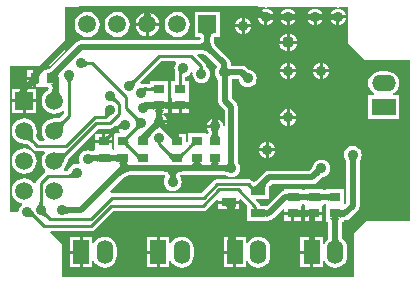
<source format=gbl>
G04 Layer_Physical_Order=2*
G04 Layer_Color=16711680*
%FSLAX25Y25*%
%MOIN*%
G70*
G01*
G75*
%ADD16R,0.04921X0.02756*%
%ADD18R,0.03543X0.03150*%
%ADD20C,0.02000*%
%ADD22C,0.01000*%
%ADD24O,0.05512X0.07874*%
%ADD25R,0.05512X0.07874*%
%ADD26O,0.07874X0.05512*%
%ADD27R,0.07874X0.05512*%
%ADD28R,0.05906X0.05906*%
%ADD29C,0.05906*%
%ADD30R,0.05906X0.05906*%
%ADD31C,0.03500*%
%ADD33R,0.03150X0.03543*%
%ADD34C,0.04000*%
G36*
X38240Y40437D02*
X38977D01*
X38986Y40520D01*
X39000Y40914D01*
X41000Y41205D01*
X41020Y40881D01*
X41080Y40591D01*
X41140Y40437D01*
X41760D01*
X41615Y40418D01*
X41486Y40360D01*
X41372Y40263D01*
X41294Y40155D01*
X41320Y40114D01*
X41500Y39926D01*
X41720Y39773D01*
X41980Y39653D01*
X42280Y39568D01*
X42620Y39517D01*
X43000Y39500D01*
X42414Y37500D01*
X42020Y37486D01*
X41638Y37443D01*
X41267Y37373D01*
X40908Y37274D01*
X40561Y37146D01*
X40225Y36991D01*
X39901Y36807D01*
X39589Y36595D01*
X39289Y36355D01*
X39000Y36086D01*
X37586Y37500D01*
X37854Y37789D01*
X38095Y38089D01*
X38307Y38401D01*
X38491Y38725D01*
X38646Y39061D01*
X38774Y39408D01*
X38871Y39762D01*
X38810Y39953D01*
X38726Y40127D01*
X38628Y40263D01*
X38514Y40360D01*
X38385Y40418D01*
X38240Y40437D01*
X38220Y40544D01*
X38160Y40640D01*
X38060Y40724D01*
X37920Y40797D01*
X37740Y40859D01*
X37520Y40910D01*
X37260Y40949D01*
X36960Y40977D01*
X36738Y40984D01*
X36240Y40949D01*
X35980Y40910D01*
X35760Y40859D01*
X35580Y40797D01*
X35440Y40724D01*
X35340Y40640D01*
X35280Y40544D01*
X35260Y40437D01*
Y43563D01*
X35280Y43456D01*
X35340Y43360D01*
X35440Y43276D01*
X35580Y43203D01*
X35760Y43141D01*
X35980Y43090D01*
X36240Y43051D01*
X36540Y43023D01*
X36762Y43016D01*
X37260Y43051D01*
X37520Y43090D01*
X37740Y43141D01*
X37920Y43203D01*
X38060Y43276D01*
X38160Y43360D01*
X38220Y43456D01*
X38240Y43563D01*
Y40437D01*
D02*
G37*
G36*
X105982Y36750D02*
X105915Y36744D01*
X105840Y36722D01*
X105757Y36687D01*
X105666Y36637D01*
X105567Y36573D01*
X105459Y36494D01*
X105220Y36293D01*
X104949Y36035D01*
X103535Y37449D01*
X103671Y37589D01*
X103994Y37959D01*
X104073Y38067D01*
X104137Y38166D01*
X104187Y38257D01*
X104223Y38340D01*
X104244Y38416D01*
X104250Y38482D01*
X105982Y36750D01*
D02*
G37*
G36*
X24044Y35311D02*
X23897Y35346D01*
X23566Y35407D01*
X23186Y35453D01*
X22520Y35492D01*
X22014Y35500D01*
X21773Y36500D01*
X21939Y36508D01*
X22091Y36532D01*
X22228Y36571D01*
X22350Y36627D01*
X22457Y36698D01*
X22550Y36785D01*
X22628Y36888D01*
X22692Y37006D01*
X22740Y37141D01*
X22774Y37291D01*
X24044Y35311D01*
D02*
G37*
G36*
X74802Y71682D02*
X74870Y71644D01*
X74954Y71610D01*
X75053Y71581D01*
X75169Y71556D01*
X75301Y71536D01*
X75612Y71509D01*
X75986Y71500D01*
Y69500D01*
X75791Y69498D01*
X75301Y69464D01*
X75169Y69444D01*
X75053Y69419D01*
X74989Y69400D01*
X74979Y69185D01*
X74972Y68503D01*
X72972Y67782D01*
X72969Y67976D01*
X72943Y68313D01*
X72921Y68457D01*
X72893Y68584D01*
X72858Y68694D01*
X72818Y68787D01*
X72770Y68864D01*
X72717Y68923D01*
X72657Y68966D01*
X74750Y69552D01*
Y71725D01*
X74802Y71682D01*
D02*
G37*
G36*
X66180Y76733D02*
X66455Y76680D01*
X66718Y76608D01*
X66971Y76515D01*
X67215Y76402D01*
X67452Y76267D01*
X67684Y76110D01*
X67855Y75972D01*
X71257Y72571D01*
Y72543D01*
X71249Y72447D01*
X71242Y72403D01*
X70923Y71988D01*
X70626Y71270D01*
X70525Y70500D01*
X70626Y69730D01*
X70923Y69012D01*
X71396Y68396D01*
X71729Y68141D01*
Y61000D01*
X71899Y60142D01*
X72386Y59414D01*
X73757Y58043D01*
Y52661D01*
X73257Y52628D01*
X73179Y53218D01*
X72902Y53887D01*
X72461Y54461D01*
X71887Y54902D01*
X71218Y55179D01*
X71000Y55208D01*
Y54986D01*
X71500D01*
X71502Y54791D01*
X71536Y54301D01*
X71556Y54169D01*
X71581Y54053D01*
X71610Y53954D01*
X71644Y53870D01*
X71682Y53802D01*
X71725Y53750D01*
X71000D01*
Y52500D01*
X70500D01*
Y52000D01*
X67792D01*
X67821Y51782D01*
X68098Y51113D01*
X68510Y50577D01*
X68341Y50140D01*
X67860Y50087D01*
X67472Y50287D01*
X67316Y50287D01*
X61528D01*
Y47543D01*
X61238Y47295D01*
X60772Y47495D01*
Y50087D01*
X58500D01*
Y49221D01*
X58608Y49160D01*
X58880Y49044D01*
X59130Y48977D01*
X59360Y48960D01*
X59567Y48992D01*
X59754Y49075D01*
X58500Y48310D01*
Y47512D01*
X57500D01*
Y47700D01*
X56240Y46931D01*
X56384Y47056D01*
X56465Y47216D01*
X56482Y47411D01*
X56436Y47641D01*
X56326Y47906D01*
X56153Y48207D01*
X55916Y48542D01*
X55616Y48913D01*
X54919Y49660D01*
X54728Y49622D01*
X54577Y49988D01*
X54104Y50604D01*
X53488Y51077D01*
X53387Y51119D01*
Y51134D01*
X53439Y51638D01*
X53961Y52039D01*
X54402Y52613D01*
X54679Y53282D01*
X54708Y53500D01*
X53976D01*
X54006Y53459D01*
X54207Y53220D01*
X54465Y52949D01*
X53051Y51535D01*
X52911Y51671D01*
X52541Y51994D01*
X52433Y52073D01*
X52334Y52137D01*
X52243Y52187D01*
X52160Y52223D01*
X52084Y52244D01*
X52017Y52250D01*
X53267Y53500D01*
X52000D01*
Y54500D01*
X54708D01*
X54679Y54718D01*
X54402Y55387D01*
X53961Y55961D01*
X53387Y56402D01*
X53331Y56425D01*
X53431Y56925D01*
X54772D01*
Y58452D01*
X54740Y58449D01*
X54480Y58410D01*
X54260Y58359D01*
X54080Y58297D01*
X53940Y58224D01*
X53840Y58140D01*
X53780Y58044D01*
X53760Y57937D01*
X53615Y57917D01*
X53486Y57857D01*
X53372Y57757D01*
X53273Y57617D01*
X53190Y57437D01*
X53122Y57217D01*
X53068Y56957D01*
X53030Y56657D01*
X53008Y56317D01*
X53006Y56237D01*
X53036Y55801D01*
X53056Y55669D01*
X53081Y55553D01*
X53110Y55454D01*
X53144Y55370D01*
X53182Y55302D01*
X53225Y55250D01*
X50775D01*
X50818Y55302D01*
X50856Y55370D01*
X50890Y55454D01*
X50919Y55553D01*
X50944Y55669D01*
X50964Y55801D01*
X50991Y56112D01*
X50994Y56237D01*
X50992Y56317D01*
X50932Y56957D01*
X50879Y57217D01*
X50810Y57437D01*
X50726Y57617D01*
X50628Y57757D01*
X50514Y57857D01*
X50385Y57917D01*
X50240Y57937D01*
X50220Y58044D01*
X50160Y58140D01*
X50060Y58224D01*
X49920Y58297D01*
X49740Y58359D01*
X49520Y58410D01*
X49260Y58449D01*
X48960Y58477D01*
X48867Y58480D01*
X48773Y58474D01*
X48636Y58453D01*
X48519Y58427D01*
X48421Y58395D01*
X48343Y58357D01*
X48284Y58314D01*
X48245Y58264D01*
X48226Y58209D01*
X46956Y60189D01*
X48240Y60386D01*
Y60500D01*
X48620Y60506D01*
X49260Y60551D01*
X49520Y60590D01*
X49740Y60641D01*
X49920Y60703D01*
X50060Y60776D01*
X50160Y60860D01*
X50220Y60956D01*
X50240Y61063D01*
Y57937D01*
X53760D01*
Y59000D01*
X52000D01*
Y60000D01*
X53760D01*
Y61063D01*
X53780Y60956D01*
X53840Y60860D01*
X53940Y60776D01*
X54080Y60703D01*
X54260Y60641D01*
X54480Y60590D01*
X54740Y60551D01*
X54772Y60548D01*
Y61820D01*
X54972Y62237D01*
X54972Y62237D01*
X54972Y62237D01*
Y67787D01*
X49028D01*
Y66745D01*
X46512D01*
X45849Y66613D01*
X45799Y66640D01*
X45708Y67257D01*
X52718Y74267D01*
X57389D01*
X57635Y73767D01*
X57415Y73480D01*
X57118Y72762D01*
X57017Y71992D01*
X57106Y71315D01*
X57106Y71282D01*
X57117Y71228D01*
X57118Y71222D01*
X57119Y71220D01*
X57198Y70840D01*
X57211Y70741D01*
X57267Y69846D01*
Y67787D01*
X56028D01*
X56028Y62237D01*
X56228Y61820D01*
Y60548D01*
X56260Y60551D01*
X56520Y60590D01*
X56740Y60641D01*
X56920Y60703D01*
X57060Y60776D01*
X57160Y60860D01*
X57220Y60956D01*
X57240Y61063D01*
Y60000D01*
X60760D01*
Y61063D01*
X60780Y60956D01*
X60840Y60860D01*
X60940Y60776D01*
X61080Y60703D01*
X61260Y60641D01*
X61480Y60590D01*
X61740Y60551D01*
X61772Y60548D01*
Y61820D01*
X61972Y62237D01*
X61972Y62492D01*
Y67787D01*
X60733D01*
Y69114D01*
X60762Y69118D01*
X61480Y69415D01*
X62096Y69888D01*
X62569Y70504D01*
X62595Y70567D01*
X63082Y70437D01*
X63024Y70000D01*
X63126Y69230D01*
X63423Y68512D01*
X63896Y67896D01*
X64512Y67423D01*
X65230Y67126D01*
X66000Y67024D01*
X66770Y67126D01*
X67488Y67423D01*
X68104Y67896D01*
X68577Y68512D01*
X68874Y69230D01*
X68976Y70000D01*
X68874Y70770D01*
X68577Y71488D01*
X68104Y72104D01*
X67733Y72388D01*
Y72500D01*
X67601Y73163D01*
X67226Y73726D01*
X64656Y76295D01*
X64848Y76757D01*
X65961D01*
X66180Y76733D01*
D02*
G37*
G36*
X74750Y37275D02*
X74698Y37318D01*
X74630Y37356D01*
X74546Y37390D01*
X74447Y37419D01*
X74331Y37444D01*
X74199Y37464D01*
X73888Y37491D01*
X73514Y37500D01*
Y39500D01*
X73709Y39502D01*
X74199Y39536D01*
X74331Y39556D01*
X74447Y39581D01*
X74546Y39610D01*
X74630Y39644D01*
X74698Y39682D01*
X74750Y39725D01*
Y37275D01*
D02*
G37*
G36*
X18989Y70575D02*
X18578Y70150D01*
X17936Y69395D01*
X17704Y69065D01*
X17531Y68766D01*
X17418Y68499D01*
X17365Y68264D01*
X17371Y68060D01*
X17437Y67887D01*
X17563Y67746D01*
X14449Y70260D01*
X14728Y70274D01*
X15008Y70316D01*
X15289Y70387D01*
X15569Y70486D01*
X15850Y70613D01*
X16131Y70769D01*
X16413Y70953D01*
X16695Y71165D01*
X16977Y71405D01*
X17260Y71674D01*
X18989Y70575D01*
D02*
G37*
G36*
X108740Y27437D02*
X108720Y27544D01*
X108660Y27640D01*
X108560Y27724D01*
X108420Y27797D01*
X108240Y27859D01*
X108020Y27910D01*
X107760Y27949D01*
X107460Y27977D01*
X106907Y27995D01*
X106880Y27994D01*
X106240Y27949D01*
X105980Y27910D01*
X105760Y27859D01*
X105580Y27797D01*
X105440Y27724D01*
X105340Y27640D01*
X105280Y27544D01*
X105260Y27437D01*
Y30563D01*
X105280Y30456D01*
X105340Y30360D01*
X105440Y30276D01*
X105580Y30203D01*
X105760Y30141D01*
X105980Y30090D01*
X106240Y30051D01*
X106540Y30022D01*
X107093Y30005D01*
X107120Y30006D01*
X107760Y30051D01*
X108020Y30090D01*
X108240Y30141D01*
X108420Y30203D01*
X108560Y30276D01*
X108660Y30360D01*
X108720Y30456D01*
X108740Y30563D01*
Y27437D01*
D02*
G37*
G36*
X101740D02*
X101720Y27544D01*
X101660Y27640D01*
X101560Y27724D01*
X101420Y27797D01*
X101240Y27859D01*
X101020Y27910D01*
X100760Y27949D01*
X100460Y27977D01*
X99907Y27995D01*
X99880Y27994D01*
X99240Y27949D01*
X98980Y27910D01*
X98760Y27859D01*
X98580Y27797D01*
X98440Y27724D01*
X98340Y27640D01*
X98280Y27544D01*
X98260Y27437D01*
Y30563D01*
X98280Y30456D01*
X98340Y30360D01*
X98440Y30276D01*
X98580Y30203D01*
X98760Y30141D01*
X98980Y30090D01*
X99240Y30051D01*
X99540Y30022D01*
X100093Y30005D01*
X100120Y30006D01*
X100760Y30051D01*
X101020Y30090D01*
X101240Y30141D01*
X101420Y30203D01*
X101560Y30276D01*
X101660Y30360D01*
X101720Y30456D01*
X101740Y30563D01*
Y27437D01*
D02*
G37*
G36*
X36179Y56444D02*
X35992Y56357D01*
X35342Y56003D01*
X35205Y55913D01*
X34960Y55731D01*
X34852Y55640D01*
X34754Y55547D01*
X33681Y55888D01*
X33790Y56009D01*
X33880Y56134D01*
X33951Y56262D01*
X34002Y56394D01*
X34033Y56530D01*
X34044Y56669D01*
X34036Y56812D01*
X34008Y56958D01*
X33961Y57108D01*
X33893Y57261D01*
X36179Y56444D01*
D02*
G37*
G36*
X60293Y70268D02*
X60142Y70233D01*
X60007Y70184D01*
X59888Y70120D01*
X59785Y70041D01*
X59698Y69948D01*
X59627Y69840D01*
X59571Y69717D01*
X59532Y69580D01*
X59508Y69429D01*
X59500Y69263D01*
X58500Y69500D01*
X58498Y69757D01*
X58429Y70862D01*
X58404Y71047D01*
X58304Y71530D01*
X60293Y70268D01*
D02*
G37*
G36*
X59500Y37500D02*
X59120Y37480D01*
X58780Y37420D01*
X58480Y37320D01*
X58220Y37180D01*
X58000Y37000D01*
X57820Y36780D01*
X57680Y36520D01*
X57580Y36220D01*
X57528Y35923D01*
X57536Y35801D01*
X57556Y35669D01*
X57581Y35553D01*
X57610Y35454D01*
X57644Y35370D01*
X57682Y35302D01*
X57725Y35250D01*
X55275D01*
X55318Y35302D01*
X55356Y35370D01*
X55390Y35454D01*
X55419Y35553D01*
X55444Y35669D01*
X55464Y35801D01*
X55474Y35915D01*
X55420Y36220D01*
X55320Y36520D01*
X55180Y36780D01*
X55000Y37000D01*
X54780Y37180D01*
X54520Y37320D01*
X54220Y37420D01*
X53880Y37480D01*
X53500Y37500D01*
X56500Y39500D01*
X59500Y37500D01*
D02*
G37*
G36*
X80589Y70829D02*
X80959Y70506D01*
X81067Y70427D01*
X81166Y70363D01*
X81257Y70313D01*
X81340Y70278D01*
X81415Y70257D01*
X81482Y70250D01*
X79750Y68518D01*
X79743Y68585D01*
X79722Y68660D01*
X79687Y68743D01*
X79637Y68834D01*
X79573Y68933D01*
X79494Y69041D01*
X79293Y69280D01*
X79035Y69551D01*
X80449Y70965D01*
X80589Y70829D01*
D02*
G37*
G36*
X88037Y33616D02*
X87913Y33472D01*
X87804Y33328D01*
X87710Y33186D01*
X87630Y33044D01*
X87565Y32903D01*
X87514Y32763D01*
X87478Y32623D01*
X87456Y32484D01*
X87449Y32346D01*
X83543D01*
X83663Y32295D01*
X83784Y32264D01*
X83892Y32260D01*
X83987Y32283D01*
X84068Y32334D01*
X83784Y32089D01*
X83840Y32055D01*
X83931Y32014D01*
X84001Y32000D01*
X83000Y30999D01*
X82986Y31069D01*
X82945Y31160D01*
X82876Y31273D01*
X82862Y31292D01*
X82563Y31034D01*
X82623Y31106D01*
X82654Y31194D01*
X82655Y31297D01*
X82627Y31415D01*
X82570Y31549D01*
X82484Y31698D01*
X82368Y31863D01*
X82222Y32043D01*
X81944Y32342D01*
X81882Y32408D01*
X81620Y32673D01*
X82327Y33380D01*
X82592Y33118D01*
X83321Y32480D01*
X83344Y32464D01*
X83383Y32473D01*
X83661Y32572D01*
X83940Y32700D01*
X84220Y32855D01*
X84501Y33039D01*
X84782Y33251D01*
X85064Y33492D01*
X85346Y33760D01*
X88175D01*
X88037Y33616D01*
D02*
G37*
G36*
X117682Y41698D02*
X117644Y41630D01*
X117610Y41546D01*
X117581Y41447D01*
X117556Y41331D01*
X117536Y41199D01*
X117509Y40888D01*
X117500Y40514D01*
X115500D01*
X115498Y40709D01*
X115464Y41199D01*
X115444Y41331D01*
X115419Y41447D01*
X115390Y41546D01*
X115356Y41630D01*
X115318Y41698D01*
X115275Y41750D01*
X117725D01*
X117682Y41698D01*
D02*
G37*
G36*
X77002Y40791D02*
X77036Y40301D01*
X77056Y40169D01*
X77081Y40053D01*
X77110Y39954D01*
X77144Y39870D01*
X77182Y39802D01*
X77225Y39750D01*
X74775D01*
X74818Y39802D01*
X74856Y39870D01*
X74890Y39954D01*
X74919Y40053D01*
X74944Y40169D01*
X74964Y40301D01*
X74991Y40612D01*
X75000Y40986D01*
X77000D01*
X77002Y40791D01*
D02*
G37*
G36*
X17575Y66740D02*
X17750Y66720D01*
X17908Y66660D01*
X18047Y66560D01*
X18167Y66420D01*
X18269Y66240D01*
X18352Y66020D01*
X18417Y65760D01*
X18463Y65460D01*
X18474Y65320D01*
X18500Y65315D01*
X18509Y65047D01*
X18536Y64780D01*
X18580Y64516D01*
X18643Y64254D01*
X18723Y63994D01*
X18822Y63737D01*
X18938Y63481D01*
X19072Y63228D01*
X19224Y62977D01*
X19394Y62728D01*
X15320Y63428D01*
X15544Y63598D01*
X15745Y63780D01*
X15922Y63974D01*
X16075Y64181D01*
X16205Y64400D01*
X16311Y64631D01*
X16394Y64875D01*
X16453Y65132D01*
X16475Y65297D01*
X16460Y65463D01*
X16410Y65764D01*
X16340Y66025D01*
X16250Y66246D01*
X16140Y66428D01*
X16010Y66569D01*
X15860Y66670D01*
X15690Y66731D01*
X15500Y66752D01*
X17575Y66740D01*
D02*
G37*
G36*
X37262Y62631D02*
X37368Y62254D01*
X37430Y62082D01*
X37498Y61921D01*
X37572Y61771D01*
X37651Y61632D01*
X37737Y61504D01*
X37829Y61387D01*
X37926Y61281D01*
X37372Y60421D01*
X37254Y60527D01*
X37129Y60618D01*
X36997Y60694D01*
X36858Y60754D01*
X36711Y60798D01*
X36558Y60827D01*
X36397Y60841D01*
X36229Y60839D01*
X36053Y60822D01*
X35871Y60790D01*
X37217Y62836D01*
X37262Y62631D01*
D02*
G37*
G36*
X31740Y40437D02*
X31720Y40544D01*
X31660Y40640D01*
X31560Y40724D01*
X31420Y40797D01*
X31240Y40859D01*
X31020Y40910D01*
X30760Y40949D01*
X30460Y40977D01*
X30371Y40980D01*
X30263Y40972D01*
X30118Y40951D01*
X29990Y40923D01*
X29879Y40890D01*
X29784Y40850D01*
X29705Y40804D01*
X29643Y40752D01*
X29598Y40693D01*
X29041Y43079D01*
X29075Y43064D01*
X29128Y43051D01*
X29198Y43039D01*
X29395Y43020D01*
X29826Y43003D01*
X29908Y43003D01*
X30120Y43006D01*
X30760Y43051D01*
X31020Y43090D01*
X31240Y43141D01*
X31420Y43203D01*
X31560Y43276D01*
X31660Y43360D01*
X31720Y43456D01*
X31740Y43563D01*
Y40437D01*
D02*
G37*
G36*
X44740Y43551D02*
X44752Y41357D01*
X44745Y41497D01*
X44722Y41638D01*
X44686Y41778D01*
X44635Y41919D01*
X44571Y42060D01*
X44492Y42202D01*
X44398Y42344D01*
X44291Y42486D01*
X44169Y42629D01*
X44033Y42772D01*
Y44186D01*
X44740Y43551D01*
D02*
G37*
G36*
X55560Y43653D02*
X55597Y43634D01*
X55643Y43617D01*
X55700Y43603D01*
X55765Y43591D01*
X55926Y43573D01*
X56126Y43564D01*
X56240Y43563D01*
X56252Y40845D01*
X56241Y40989D01*
X56208Y41140D01*
X56155Y41298D01*
X56079Y41463D01*
X55983Y41636D01*
X55865Y41817D01*
X55726Y42005D01*
X55383Y42403D01*
X55180Y42613D01*
X55533Y43674D01*
X55560Y43653D01*
D02*
G37*
G36*
X65520Y41120D02*
X65580Y40780D01*
X65680Y40480D01*
X65703Y40437D01*
X66260D01*
X66115Y40418D01*
X65986Y40360D01*
X65872Y40263D01*
X65831Y40206D01*
X66000Y40000D01*
X66220Y39820D01*
X66480Y39680D01*
X66780Y39580D01*
X67120Y39520D01*
X67500Y39500D01*
X64500Y37500D01*
X61500Y39500D01*
X61880Y39520D01*
X62220Y39580D01*
X62520Y39680D01*
X62780Y39820D01*
X63000Y40000D01*
X63169Y40206D01*
X63128Y40263D01*
X63014Y40360D01*
X62885Y40418D01*
X62740Y40437D01*
X63297D01*
X63320Y40480D01*
X63420Y40780D01*
X63480Y41120D01*
X63500Y41500D01*
X65500D01*
X65520Y41120D01*
D02*
G37*
G36*
X44282Y67575D02*
X44179Y67462D01*
X44087Y67339D01*
X44006Y67207D01*
X43936Y67065D01*
X43878Y66914D01*
X43830Y66754D01*
X43793Y66584D01*
X43768Y66405D01*
X43753Y66216D01*
X43750Y66018D01*
X42017Y67750D01*
X42216Y67753D01*
X42405Y67768D01*
X42584Y67794D01*
X42754Y67830D01*
X42914Y67878D01*
X43065Y67936D01*
X43207Y68006D01*
X43339Y68087D01*
X43462Y68179D01*
X43575Y68282D01*
X44282Y67575D01*
D02*
G37*
G36*
X23087Y68108D02*
X22964Y67964D01*
X22855Y67819D01*
X22761Y67673D01*
X22681Y67526D01*
X22616Y67377D01*
X22565Y67228D01*
X22529Y67077D01*
X22507Y66926D01*
X22500Y66773D01*
X21500D01*
X21493Y66926D01*
X21471Y67077D01*
X21435Y67228D01*
X21384Y67377D01*
X21319Y67526D01*
X21239Y67673D01*
X21145Y67819D01*
X21036Y67964D01*
X20913Y68108D01*
X20775Y68250D01*
X23225D01*
X23087Y68108D01*
D02*
G37*
G36*
X72047Y40409D02*
X71932Y40358D01*
X71831Y40275D01*
X71743Y40157D01*
X71669Y40007D01*
X71608Y39822D01*
X71561Y39604D01*
X71527Y39353D01*
X71507Y39068D01*
X71500Y38750D01*
X69500D01*
X69493Y39068D01*
X69439Y39604D01*
X69392Y39822D01*
X69331Y40007D01*
X69257Y40157D01*
X69169Y40275D01*
X69068Y40358D01*
X68953Y40409D01*
X68825Y40425D01*
X72175D01*
X72047Y40409D01*
D02*
G37*
G36*
X48478Y64512D02*
X48301Y64506D01*
X48145Y64490D01*
X48012Y64462D01*
X47900Y64424D01*
X47810Y64375D01*
X47742Y64314D01*
X47696Y64243D01*
X47671Y64160D01*
X47668Y64067D01*
X47688Y63963D01*
X45984Y65250D01*
X47931Y65512D01*
X48478Y64512D01*
D02*
G37*
G36*
X50252Y64012D02*
X50242Y64107D01*
X50212Y64192D01*
X50161Y64267D01*
X50090Y64332D01*
X49999Y64387D01*
X49888Y64432D01*
X49757Y64467D01*
X49605Y64492D01*
X49433Y64507D01*
X49240Y64512D01*
Y65512D01*
X49433Y65517D01*
X49605Y65532D01*
X49757Y65557D01*
X49888Y65592D01*
X49999Y65637D01*
X50090Y65692D01*
X50161Y65757D01*
X50212Y65832D01*
X50242Y65917D01*
X50252Y66012D01*
Y64012D01*
D02*
G37*
G36*
X59502Y67505D02*
X59523Y67194D01*
X59545Y67058D01*
X59580Y66927D01*
X59625Y66816D01*
X59680Y66724D01*
X59745Y66654D01*
X59820Y66603D01*
X59905Y66573D01*
X60000Y66563D01*
X59565D01*
X59602Y66000D01*
X59633Y65871D01*
X59668Y65777D01*
X59708Y65719D01*
X58292D01*
X58332Y65777D01*
X58367Y65871D01*
X58398Y66000D01*
X58425Y66164D01*
X58464Y66563D01*
X58000D01*
X58095Y66573D01*
X58180Y66603D01*
X58255Y66654D01*
X58320Y66724D01*
X58375Y66816D01*
X58420Y66927D01*
X58455Y67058D01*
X58480Y67210D01*
X58493Y67358D01*
X58498Y67505D01*
X58500Y67878D01*
X59500D01*
X59502Y67505D01*
D02*
G37*
G36*
X13007Y27074D02*
X13029Y26923D01*
X13065Y26772D01*
X13116Y26623D01*
X13181Y26474D01*
X13261Y26327D01*
X13355Y26181D01*
X13464Y26036D01*
X13587Y25892D01*
X13725Y25750D01*
X11275D01*
X11413Y25892D01*
X11536Y26036D01*
X11645Y26181D01*
X11739Y26327D01*
X11819Y26474D01*
X11884Y26623D01*
X11935Y26772D01*
X11971Y26923D01*
X11993Y27074D01*
X12000Y27227D01*
X13000D01*
X13007Y27074D01*
D02*
G37*
G36*
X51982Y52250D02*
X51916Y52244D01*
X51840Y52223D01*
X51757Y52187D01*
X51666Y52137D01*
X51567Y52073D01*
X51459Y51994D01*
X51220Y51793D01*
X50949Y51535D01*
X49535Y52949D01*
X49671Y53089D01*
X49994Y53459D01*
X50073Y53567D01*
X50137Y53666D01*
X50187Y53757D01*
X50222Y53840D01*
X50244Y53916D01*
X50250Y53983D01*
X51982Y52250D01*
D02*
G37*
G36*
X41684Y47098D02*
X41650Y47014D01*
X41646Y46914D01*
X41673Y46797D01*
X41729Y46663D01*
X41816Y46514D01*
X41934Y46348D01*
X42081Y46166D01*
X42467Y45752D01*
X41563Y45242D01*
X41365Y45432D01*
X41008Y45734D01*
X40848Y45845D01*
X40700Y45931D01*
X40565Y45989D01*
X40442Y46022D01*
X40332Y46028D01*
X40234Y46008D01*
X40149Y45961D01*
X41748Y47166D01*
X41684Y47098D01*
D02*
G37*
G36*
X45971Y51750D02*
X45772Y51747D01*
X45584Y51732D01*
X45404Y51706D01*
X45234Y51670D01*
X45074Y51622D01*
X44923Y51564D01*
X44781Y51494D01*
X44649Y51413D01*
X44527Y51321D01*
X44413Y51218D01*
X43706Y51925D01*
X43809Y52038D01*
X43901Y52161D01*
X43982Y52293D01*
X44052Y52435D01*
X44110Y52586D01*
X44158Y52746D01*
X44195Y52916D01*
X44220Y53095D01*
X44235Y53284D01*
X44238Y53483D01*
X45971Y51750D01*
D02*
G37*
G36*
X112277Y24944D02*
X112329Y24848D01*
X112415Y24764D01*
X112536Y24691D01*
X112692Y24629D01*
X112882Y24578D01*
X113107Y24539D01*
X113366Y24511D01*
X113988Y24488D01*
Y22488D01*
X113660Y22483D01*
X113107Y22437D01*
X112882Y22398D01*
X112692Y22347D01*
X112536Y22286D01*
X112415Y22212D01*
X112329Y22128D01*
X112277Y22032D01*
X112260Y21925D01*
X112140Y21905D01*
X112033Y21845D01*
X111939Y21745D01*
X111857Y21605D01*
X111787Y21425D01*
X111731Y21205D01*
X111687Y20945D01*
X111655Y20645D01*
X111630Y19925D01*
X109630D01*
X109621Y20305D01*
X109594Y20645D01*
X109550Y20945D01*
X109488Y21205D01*
X109407Y21425D01*
X109310Y21605D01*
X109194Y21745D01*
X109061Y21845D01*
X108909Y21905D01*
X108740Y21925D01*
X112260D01*
Y25051D01*
X112277Y24944D01*
D02*
G37*
G36*
X111640Y15865D02*
X111719Y15007D01*
X111788Y14658D01*
X111878Y14363D01*
X111987Y14121D01*
X112115Y13933D01*
X112264Y13799D01*
X112432Y13719D01*
X112621Y13692D01*
X108639D01*
X108827Y13719D01*
X108996Y13799D01*
X109144Y13933D01*
X109273Y14121D01*
X109382Y14363D01*
X109471Y14658D01*
X109541Y15007D01*
X109590Y15409D01*
X109620Y15865D01*
X109630Y16375D01*
X111630D01*
X111640Y15865D01*
D02*
G37*
G36*
X39417Y51625D02*
X39294Y51711D01*
X39172Y51774D01*
X39049Y51816D01*
X38926Y51836D01*
X38802Y51833D01*
X38679Y51808D01*
X38556Y51762D01*
X38432Y51693D01*
X38309Y51602D01*
X38190Y51494D01*
X38539Y51039D01*
X38867Y50787D01*
X38697Y50287D01*
X37028D01*
Y44894D01*
X36865Y44806D01*
X36361Y45006D01*
X36272Y45192D01*
Y47012D01*
X33500D01*
X30728D01*
Y45192D01*
X30528Y44775D01*
Y44638D01*
X30036Y44243D01*
X29456D01*
X29430Y44246D01*
X28872Y44476D01*
X28102Y44578D01*
X27332Y44476D01*
X26615Y44179D01*
X25998Y43706D01*
X25526Y43090D01*
X25228Y42373D01*
X25127Y41602D01*
X25228Y40832D01*
X25434Y40336D01*
X25407Y40261D01*
X25089Y39898D01*
X24500Y39976D01*
X23730Y39874D01*
X23012Y39577D01*
X22396Y39104D01*
X21923Y38488D01*
X21626Y37770D01*
X21621Y37733D01*
X20358D01*
X20111Y38233D01*
X20627Y38906D01*
X20881Y39519D01*
X20940Y39615D01*
X21414Y40912D01*
X21671Y41531D01*
X21884Y41971D01*
X21952Y42088D01*
X21969Y42114D01*
X31622Y51767D01*
X35500D01*
X36163Y51899D01*
X36726Y52274D01*
X37249Y52797D01*
X37776Y52618D01*
X37791Y52511D01*
X37869Y52589D01*
X38942Y53814D01*
X39010Y53918D01*
X39417Y51625D01*
D02*
G37*
G36*
X71682Y51198D02*
X71644Y51130D01*
X71610Y51046D01*
X71581Y50947D01*
X71556Y50831D01*
X71536Y50699D01*
X71522Y50534D01*
X71568Y50043D01*
X71622Y49783D01*
X71690Y49563D01*
X71773Y49383D01*
X71872Y49243D01*
X71986Y49143D01*
X72115Y49083D01*
X72260Y49063D01*
X68740D01*
X68885Y49083D01*
X69014Y49143D01*
X69128Y49243D01*
X69226Y49383D01*
X69310Y49563D01*
X69379Y49783D01*
X69432Y50043D01*
X69470Y50343D01*
X69479Y50482D01*
X69464Y50699D01*
X69444Y50831D01*
X69419Y50947D01*
X69390Y51046D01*
X69356Y51130D01*
X69318Y51198D01*
X69275Y51250D01*
X71725D01*
X71682Y51198D01*
D02*
G37*
G36*
X42467Y49272D02*
X42260Y49057D01*
X41937Y48678D01*
X41821Y48513D01*
X41735Y48363D01*
X41679Y48230D01*
X41654Y48112D01*
X41659Y48011D01*
X41694Y47926D01*
X41760Y47857D01*
X40149Y49075D01*
X40235Y49027D01*
X40334Y49005D01*
X40445Y49010D01*
X40568Y49042D01*
X40703Y49099D01*
X40851Y49183D01*
X41011Y49293D01*
X41183Y49430D01*
X41367Y49593D01*
X41563Y49782D01*
X42467Y49272D01*
D02*
G37*
G36*
X49674Y50260D02*
X49231Y49803D01*
X48547Y49005D01*
X48305Y48665D01*
X48130Y48362D01*
X48022Y48099D01*
X47981Y47874D01*
X48007Y47688D01*
X48100Y47540D01*
X48260Y47431D01*
X44740Y49063D01*
X44934Y49084D01*
X45152Y49148D01*
X45395Y49254D01*
X45661Y49402D01*
X45952Y49593D01*
X46267Y49826D01*
X46970Y50420D01*
X47770Y51184D01*
X49674Y50260D01*
D02*
G37*
G36*
X20664Y53957D02*
X20525Y53796D01*
X20401Y53605D01*
X20292Y53386D01*
X20198Y53136D01*
X20120Y52858D01*
X20056Y52551D01*
X20007Y52214D01*
X19956Y51454D01*
X19953Y51029D01*
X17030Y53953D01*
X17454Y53956D01*
X18214Y54007D01*
X18551Y54056D01*
X18858Y54119D01*
X19137Y54198D01*
X19386Y54292D01*
X19605Y54401D01*
X19796Y54525D01*
X19957Y54664D01*
X20664Y53957D01*
D02*
G37*
G36*
X63863Y45961D02*
X63800Y46029D01*
X63719Y46067D01*
X63620Y46073D01*
X63505Y46047D01*
X63372Y45991D01*
X63222Y45904D01*
X63055Y45785D01*
X62870Y45635D01*
X62449Y45242D01*
X62033Y46240D01*
X62219Y46433D01*
X62516Y46785D01*
X62626Y46944D01*
X62710Y47091D01*
X62770Y47227D01*
X62803Y47351D01*
X62812Y47464D01*
X62795Y47565D01*
X62752Y47655D01*
X63863Y45961D01*
D02*
G37*
G36*
X9850Y50101D02*
X9801Y49391D01*
X9811Y49072D01*
X9844Y48778D01*
X9900Y48509D01*
X9980Y48264D01*
X10082Y48043D01*
X10207Y47846D01*
X10356Y47674D01*
X9531Y47085D01*
X9386Y47210D01*
X9208Y47328D01*
X8996Y47442D01*
X8749Y47550D01*
X8468Y47652D01*
X7803Y47840D01*
X7420Y47926D01*
X6550Y48082D01*
X9909Y50492D01*
X9850Y50101D01*
D02*
G37*
G36*
X115000Y80000D02*
X120500Y74500D01*
X135552D01*
Y21000D01*
X121000D01*
X117000Y17000D01*
Y2243D01*
X19500D01*
Y13328D01*
X15695Y17133D01*
X15887Y17595D01*
X29328D01*
X29991Y17727D01*
X30554Y18102D01*
X36718Y24267D01*
X66500D01*
X67163Y24399D01*
X67726Y24774D01*
X71235Y28284D01*
X71697Y28092D01*
Y27740D01*
X75157D01*
X78618D01*
Y27980D01*
X79080Y28172D01*
X81339Y25912D01*
Y20922D01*
X88661D01*
Y21289D01*
X89358Y21428D01*
X90086Y21914D01*
X93266Y25094D01*
X93728Y24903D01*
Y23988D01*
X98260D01*
Y25051D01*
X98280Y24944D01*
X98340Y24848D01*
X98440Y24764D01*
X98580Y24691D01*
X98760Y24629D01*
X98980Y24578D01*
X99240Y24539D01*
X99272Y24536D01*
Y26063D01*
X99472Y26225D01*
X99472D01*
Y26739D01*
X99724Y26757D01*
X100034D01*
X100528Y26332D01*
Y26225D01*
X100728Y25808D01*
Y24537D01*
X100760Y24539D01*
X101020Y24578D01*
X101240Y24629D01*
X101420Y24691D01*
X101560Y24764D01*
X101660Y24848D01*
X101720Y24944D01*
X101740Y25051D01*
Y23988D01*
X106272D01*
Y25808D01*
X106472Y26225D01*
Y26362D01*
X106964Y26757D01*
X107348D01*
X107384Y26756D01*
X107528Y26742D01*
Y22079D01*
X107525Y22069D01*
X107528Y22031D01*
Y21983D01*
X107517Y21925D01*
X107528Y21868D01*
Y20713D01*
X108347D01*
X108347Y20713D01*
X108378Y20508D01*
X108387Y20394D01*
Y15756D01*
X108372Y15524D01*
X108332Y15201D01*
X108293Y15004D01*
X107808Y14632D01*
X107174Y13806D01*
X107012Y13413D01*
X106512Y13513D01*
Y15567D01*
X103256D01*
Y10630D01*
Y5693D01*
X106512D01*
Y7747D01*
X107012Y7846D01*
X107174Y7454D01*
X107808Y6627D01*
X108635Y5993D01*
X109597Y5595D01*
X110630Y5459D01*
X111663Y5595D01*
X112625Y5993D01*
X113451Y6627D01*
X114085Y7454D01*
X114484Y8416D01*
X114620Y9449D01*
Y11811D01*
X114484Y12844D01*
X114085Y13806D01*
X113451Y14632D01*
X112967Y15004D01*
X112932Y15183D01*
X112873Y15817D01*
Y20464D01*
X112876Y20560D01*
X112892Y20713D01*
X113472D01*
Y21240D01*
X113538Y21245D01*
X113988D01*
X114847Y21416D01*
X115574Y21902D01*
X118086Y24414D01*
X118572Y25142D01*
X118743Y26000D01*
Y40957D01*
X118751Y41053D01*
X118758Y41097D01*
X119077Y41512D01*
X119374Y42230D01*
X119475Y43000D01*
X119374Y43770D01*
X119077Y44488D01*
X118604Y45104D01*
X117988Y45577D01*
X117270Y45874D01*
X116500Y45976D01*
X115730Y45874D01*
X115012Y45577D01*
X114396Y45104D01*
X113923Y44488D01*
X113626Y43770D01*
X113524Y43000D01*
X113626Y42230D01*
X113923Y41512D01*
X114242Y41097D01*
X114247Y41064D01*
X114257Y40919D01*
Y27012D01*
X113931Y26752D01*
X113472Y26953D01*
Y31775D01*
X108798D01*
X108740Y31786D01*
X108683Y31775D01*
X107528D01*
Y31261D01*
X107276Y31243D01*
X106652D01*
X106616Y31244D01*
X106472Y31258D01*
Y31775D01*
X105317D01*
X105260Y31786D01*
X105202Y31775D01*
X101798D01*
X101740Y31786D01*
X101682Y31775D01*
X100528D01*
Y31261D01*
X100276Y31243D01*
X99652D01*
X99616Y31244D01*
X99472Y31258D01*
Y31775D01*
X98317D01*
X98260Y31786D01*
X98202Y31775D01*
X93528D01*
Y31149D01*
X93142Y31072D01*
X92414Y30586D01*
X87906Y26078D01*
X85659D01*
X85601Y26366D01*
X85226Y26929D01*
X84214Y27940D01*
X84405Y28402D01*
X88661D01*
Y32243D01*
X88670Y32282D01*
X88674Y32357D01*
X88677Y32373D01*
X88684Y32399D01*
X88697Y32436D01*
X88720Y32486D01*
X88754Y32547D01*
X88803Y32620D01*
X88837Y32664D01*
X89429Y33257D01*
X103000D01*
X103858Y33428D01*
X104586Y33914D01*
X106142Y35469D01*
X106215Y35531D01*
X106251Y35558D01*
X106770Y35626D01*
X107488Y35923D01*
X108104Y36396D01*
X108577Y37012D01*
X108874Y37730D01*
X108976Y38500D01*
X108874Y39270D01*
X108577Y39988D01*
X108104Y40604D01*
X107488Y41077D01*
X106770Y41374D01*
X106000Y41475D01*
X105230Y41374D01*
X104512Y41077D01*
X103896Y40604D01*
X103423Y39988D01*
X103126Y39270D01*
X103058Y38751D01*
X103038Y38724D01*
X102942Y38614D01*
X102071Y37743D01*
X88500D01*
X87642Y37572D01*
X86914Y37086D01*
X84138Y34310D01*
X84016Y34206D01*
X83796Y34040D01*
X83587Y33903D01*
X83566Y33891D01*
X83516Y33935D01*
X83026Y34426D01*
X82463Y34801D01*
X81800Y34933D01*
X71296D01*
X70632Y34801D01*
X70070Y34426D01*
X66078Y30433D01*
X36296D01*
X36162Y30407D01*
X35602Y30805D01*
X35586Y30914D01*
X40145Y35472D01*
X40316Y35610D01*
X40548Y35767D01*
X40785Y35902D01*
X41029Y36015D01*
X41282Y36108D01*
X41545Y36180D01*
X41820Y36233D01*
X42039Y36257D01*
X53771D01*
X53900Y36234D01*
X53944Y36167D01*
X54067Y35853D01*
X54083Y35696D01*
X53923Y35488D01*
X53626Y34770D01*
X53525Y34000D01*
X53626Y33230D01*
X53923Y32512D01*
X54396Y31896D01*
X55012Y31423D01*
X55730Y31126D01*
X56500Y31025D01*
X57270Y31126D01*
X57988Y31423D01*
X58604Y31896D01*
X59077Y32512D01*
X59374Y33230D01*
X59475Y34000D01*
X59374Y34770D01*
X59077Y35488D01*
X58917Y35696D01*
X58933Y35853D01*
X59056Y36167D01*
X59100Y36234D01*
X59229Y36257D01*
X73957D01*
X74053Y36249D01*
X74097Y36242D01*
X74512Y35923D01*
X75230Y35626D01*
X76000Y35524D01*
X76770Y35626D01*
X77488Y35923D01*
X78104Y36396D01*
X78577Y37012D01*
X78874Y37730D01*
X78975Y38500D01*
X78874Y39270D01*
X78577Y39988D01*
X78258Y40403D01*
X78253Y40436D01*
X78243Y40581D01*
Y58972D01*
X78072Y59830D01*
X77586Y60558D01*
X76215Y61929D01*
Y68257D01*
X78552D01*
X78558Y68249D01*
X78626Y67730D01*
X78923Y67012D01*
X79396Y66396D01*
X80012Y65923D01*
X80730Y65626D01*
X81500Y65525D01*
X82270Y65626D01*
X82988Y65923D01*
X83604Y66396D01*
X84077Y67012D01*
X84374Y67730D01*
X84475Y68500D01*
X84374Y69270D01*
X84077Y69988D01*
X83604Y70604D01*
X82988Y71077D01*
X82270Y71374D01*
X81751Y71442D01*
X81724Y71462D01*
X81615Y71558D01*
X81086Y72086D01*
X80358Y72572D01*
X79500Y72743D01*
X75743D01*
Y73500D01*
X75572Y74358D01*
X75086Y75086D01*
X71028Y79145D01*
X70890Y79316D01*
X70733Y79548D01*
X70598Y79785D01*
X70485Y80029D01*
X70392Y80282D01*
X70320Y80545D01*
X70267Y80820D01*
X70243Y81039D01*
Y81994D01*
X70255Y82125D01*
X70287Y82319D01*
X70295Y82347D01*
X72153D01*
Y90653D01*
X63847D01*
Y82347D01*
X65705D01*
X65713Y82319D01*
X65745Y82125D01*
X65757Y81994D01*
Y81729D01*
X65731Y81581D01*
X65693Y81467D01*
X65658Y81404D01*
X65631Y81370D01*
X65596Y81341D01*
X65533Y81307D01*
X65419Y81269D01*
X65271Y81243D01*
X26000D01*
X25142Y81072D01*
X24414Y80586D01*
X16054Y72226D01*
X15930Y72120D01*
X15710Y71955D01*
X15500Y71818D01*
X15300Y71707D01*
X15112Y71622D01*
X14934Y71560D01*
X14766Y71517D01*
X14606Y71493D01*
X14387Y71482D01*
X14354Y71473D01*
X14319Y71476D01*
X14304Y71472D01*
X13237Y71472D01*
X12820Y71272D01*
X12719D01*
X13477Y71063D01*
X13053Y70625D01*
X12393Y69852D01*
X12156Y69518D01*
X11983Y69218D01*
X11871Y68952D01*
X11822Y68721D01*
X11836Y68524D01*
X11912Y68362D01*
X12051Y68234D01*
X11000Y68918D01*
Y68500D01*
Y67394D01*
X11569Y66740D01*
X11422Y66862D01*
X11245Y66926D01*
X11038Y66931D01*
X11000Y66922D01*
Y65728D01*
X12820D01*
X13237Y65528D01*
X13492Y65528D01*
X14818D01*
X14950Y65423D01*
X15077Y65229D01*
X15147Y65028D01*
X15120Y64968D01*
X15055Y64859D01*
X14976Y64752D01*
X14880Y64647D01*
X14763Y64541D01*
X14582Y64404D01*
X14512Y64325D01*
X14038Y63962D01*
X13373Y63094D01*
X12954Y62084D01*
X12811Y61000D01*
X12954Y59916D01*
X13373Y58906D01*
X14038Y58038D01*
X14906Y57373D01*
X15916Y56954D01*
X17000Y56811D01*
X18084Y56954D01*
X19094Y57373D01*
X19767Y57889D01*
X20267Y57643D01*
Y56718D01*
X19045Y55496D01*
X18998Y55465D01*
X18897Y55415D01*
X18754Y55361D01*
X18567Y55309D01*
X18340Y55262D01*
X18086Y55225D01*
X17408Y55179D01*
X17091Y55177D01*
X17000Y55189D01*
X15916Y55046D01*
X14906Y54627D01*
X14038Y53962D01*
X13373Y53094D01*
X12954Y52084D01*
X12811Y51000D01*
X12954Y49916D01*
X13373Y48906D01*
X13889Y48233D01*
X13643Y47733D01*
X12041D01*
X11184Y48590D01*
X11158Y48632D01*
X11121Y48711D01*
X11085Y48823D01*
X11054Y48972D01*
X11032Y49161D01*
X11026Y49368D01*
X11067Y49967D01*
X11119Y50310D01*
X11113Y50427D01*
X11189Y51000D01*
X11046Y52084D01*
X10627Y53094D01*
X9962Y53962D01*
X9094Y54627D01*
X8084Y55046D01*
X7000Y55189D01*
X5916Y55046D01*
X4906Y54627D01*
X4038Y53962D01*
X3373Y53094D01*
X2954Y52084D01*
X2811Y51000D01*
X2954Y49916D01*
X3373Y48906D01*
X4038Y48038D01*
X4906Y47373D01*
X5916Y46954D01*
X6252Y46910D01*
X6335Y46877D01*
X7178Y46727D01*
X7503Y46654D01*
X8091Y46487D01*
X8294Y46413D01*
X8462Y46340D01*
X8580Y46277D01*
X8625Y46247D01*
X10097Y44774D01*
X10660Y44399D01*
X11323Y44267D01*
X13643D01*
X13889Y43767D01*
X13373Y43094D01*
X12954Y42084D01*
X12811Y41000D01*
X12954Y39916D01*
X13373Y38906D01*
X14038Y38038D01*
X14064Y38018D01*
X14042Y37405D01*
X13774Y37226D01*
X11274Y34726D01*
X10899Y34163D01*
X10804Y33686D01*
X10303Y33540D01*
X10284Y33542D01*
X9962Y33962D01*
X9094Y34627D01*
X8084Y35046D01*
X7000Y35189D01*
X5916Y35046D01*
X4906Y34627D01*
X4038Y33962D01*
X3373Y33094D01*
X2954Y32084D01*
X2811Y31000D01*
X2954Y29916D01*
X3373Y28906D01*
X4038Y28038D01*
X4906Y27373D01*
X5916Y26954D01*
X6144Y26924D01*
X6284Y26401D01*
X5896Y26104D01*
X5423Y25488D01*
X5126Y24770D01*
X5024Y24000D01*
X2243D01*
Y72500D01*
X15500D01*
X17500Y74500D01*
X20500Y77500D01*
Y92245D01*
X87250D01*
X87282Y91745D01*
X87232Y91738D01*
X86782Y91679D01*
X86113Y91402D01*
X85539Y90961D01*
X85098Y90387D01*
X84821Y89718D01*
X84792Y89500D01*
X85085D01*
X85016Y89570D01*
X86065Y91350D01*
X86204Y91214D01*
X86461Y90992D01*
X86578Y90904D01*
X86688Y90832D01*
X86791Y90776D01*
X86887Y90736D01*
X86975Y90712D01*
X87056Y90703D01*
X87129Y90710D01*
X86333Y89500D01*
X88750D01*
Y90225D01*
X88802Y90182D01*
X88870Y90144D01*
X88954Y90110D01*
X89053Y90081D01*
X89169Y90056D01*
X89301Y90036D01*
X89612Y90009D01*
X89986Y90000D01*
Y89500D01*
X90208D01*
X90179Y89718D01*
X89902Y90387D01*
X89461Y90961D01*
X88887Y91402D01*
X88218Y91679D01*
X87768Y91738D01*
X87718Y91745D01*
X87750Y92245D01*
X94750D01*
X94782Y91745D01*
X94732Y91738D01*
X94282Y91679D01*
X93613Y91402D01*
X93039Y90961D01*
X92598Y90387D01*
X92321Y89718D01*
X92292Y89500D01*
X92514D01*
Y90000D01*
X92709Y90002D01*
X93199Y90036D01*
X93331Y90056D01*
X93447Y90081D01*
X93546Y90110D01*
X93630Y90144D01*
X93698Y90182D01*
X93750Y90225D01*
Y89500D01*
X96250D01*
Y90225D01*
X96302Y90182D01*
X96370Y90144D01*
X96454Y90110D01*
X96553Y90081D01*
X96669Y90056D01*
X96801Y90036D01*
X97112Y90009D01*
X97486Y90000D01*
Y89500D01*
X97708D01*
X97679Y89718D01*
X97402Y90387D01*
X96961Y90961D01*
X96387Y91402D01*
X95718Y91679D01*
X95268Y91738D01*
X95218Y91745D01*
X95250Y92245D01*
X103750D01*
X103782Y91745D01*
X103732Y91738D01*
X103282Y91679D01*
X102613Y91402D01*
X102039Y90961D01*
X101598Y90387D01*
X101321Y89718D01*
X101292Y89500D01*
X101514D01*
Y90000D01*
X101709Y90002D01*
X102199Y90036D01*
X102331Y90056D01*
X102447Y90081D01*
X102546Y90110D01*
X102630Y90144D01*
X102698Y90182D01*
X102750Y90225D01*
Y89500D01*
X105250D01*
Y90225D01*
X105302Y90182D01*
X105370Y90144D01*
X105454Y90110D01*
X105553Y90081D01*
X105669Y90056D01*
X105801Y90036D01*
X106112Y90009D01*
X106486Y90000D01*
Y89500D01*
X106708D01*
X106679Y89718D01*
X106402Y90387D01*
X105961Y90961D01*
X105387Y91402D01*
X104718Y91679D01*
X104268Y91738D01*
X104218Y91745D01*
X104250Y92245D01*
X111250D01*
X111282Y91745D01*
X111232Y91738D01*
X110782Y91679D01*
X110113Y91402D01*
X109539Y90961D01*
X109098Y90387D01*
X108821Y89718D01*
X108792Y89500D01*
X109014D01*
Y90000D01*
X109209Y90002D01*
X109699Y90036D01*
X109831Y90056D01*
X109947Y90081D01*
X110046Y90110D01*
X110130Y90144D01*
X110198Y90182D01*
X110250Y90225D01*
Y89500D01*
X114208D01*
X114179Y89718D01*
X113902Y90387D01*
X113461Y90961D01*
X112887Y91402D01*
X112218Y91679D01*
X111768Y91738D01*
X111718Y91745D01*
X111750Y92245D01*
X115000D01*
Y80000D01*
D02*
G37*
G36*
X69810Y83539D02*
X69640Y83479D01*
X69490Y83379D01*
X69360Y83239D01*
X69250Y83059D01*
X69160Y82839D01*
X69090Y82579D01*
X69040Y82279D01*
X69010Y81939D01*
X69000Y81559D01*
X68505D01*
X69000Y81414D01*
X69014Y81020D01*
X69057Y80638D01*
X69127Y80267D01*
X69226Y79908D01*
X69353Y79561D01*
X69509Y79225D01*
X69693Y78901D01*
X69905Y78589D01*
X70145Y78289D01*
X70414Y78000D01*
X69000Y76586D01*
X68711Y76854D01*
X68411Y77095D01*
X68099Y77307D01*
X67775Y77491D01*
X67439Y77646D01*
X67092Y77774D01*
X66733Y77873D01*
X66362Y77943D01*
X65980Y77986D01*
X65586Y78000D01*
X65000Y80000D01*
X65380Y80020D01*
X65720Y80080D01*
X66020Y80180D01*
X66280Y80320D01*
X66500Y80500D01*
X66680Y80720D01*
X66820Y80980D01*
X66920Y81280D01*
X66980Y81620D01*
X66992Y81853D01*
X66990Y81939D01*
X66960Y82279D01*
X66910Y82579D01*
X66840Y82839D01*
X66750Y83059D01*
X66640Y83239D01*
X66510Y83379D01*
X66360Y83479D01*
X66190Y83539D01*
X66000Y83559D01*
X70000D01*
X69810Y83539D01*
D02*
G37*
G36*
X60467Y43260D02*
X60281Y43067D01*
X59986Y42716D01*
X59876Y42557D01*
X59791Y42410D01*
X59732Y42275D01*
X59698Y42150D01*
X59689Y42037D01*
X59706Y41936D01*
X59748Y41845D01*
X58649Y43551D01*
X58712Y43482D01*
X58792Y43444D01*
X58890Y43438D01*
X59006Y43463D01*
X59138Y43519D01*
X59289Y43607D01*
X59456Y43726D01*
X59641Y43876D01*
X60063Y44270D01*
X60467Y43260D01*
D02*
G37*
G36*
X84503Y25542D02*
X84530Y25270D01*
X84554Y25160D01*
X84584Y25066D01*
X84621Y24990D01*
X84665Y24930D01*
X84716Y24888D01*
X84773Y24862D01*
X84837Y24854D01*
X84546D01*
X84570Y24695D01*
X84601Y24546D01*
X84638Y24414D01*
X84680Y24300D01*
X84728Y24203D01*
X84782Y24124D01*
X83218D01*
X83272Y24203D01*
X83320Y24300D01*
X83362Y24414D01*
X83398Y24546D01*
X83429Y24695D01*
X83454Y24854D01*
X83163D01*
X83227Y24862D01*
X83284Y24888D01*
X83335Y24930D01*
X83379Y24990D01*
X83416Y25066D01*
X83446Y25160D01*
X83470Y25270D01*
X83486Y25397D01*
X83496Y25528D01*
X83500Y25703D01*
X84500D01*
X84503Y25542D01*
D02*
G37*
G36*
X66504Y72352D02*
X66515Y72215D01*
X66534Y72089D01*
X66560Y71974D01*
X66594Y71870D01*
X66635Y71777D01*
X66684Y71695D01*
X66740Y71624D01*
X66804Y71564D01*
X66875Y71516D01*
X65125D01*
X65196Y71564D01*
X65260Y71624D01*
X65316Y71695D01*
X65365Y71777D01*
X65406Y71870D01*
X65440Y71974D01*
X65466Y72089D01*
X65485Y72215D01*
X65496Y72352D01*
X65500Y72500D01*
X66500D01*
X66504Y72352D01*
D02*
G37*
G36*
X74502Y72791D02*
X74536Y72301D01*
X74556Y72169D01*
X74581Y72053D01*
X74610Y71954D01*
X74644Y71870D01*
X74682Y71802D01*
X74725Y71750D01*
X72275D01*
X72318Y71802D01*
X72356Y71870D01*
X72390Y71954D01*
X72419Y72053D01*
X72444Y72169D01*
X72464Y72301D01*
X72491Y72612D01*
X72500Y72986D01*
X74500D01*
X74502Y72791D01*
D02*
G37*
G36*
X27392Y74587D02*
X27536Y74464D01*
X27681Y74355D01*
X27827Y74261D01*
X27974Y74181D01*
X28123Y74116D01*
X28272Y74065D01*
X28423Y74029D01*
X28574Y74007D01*
X28727Y74000D01*
Y73000D01*
X28574Y72993D01*
X28423Y72971D01*
X28272Y72935D01*
X28123Y72884D01*
X27974Y72819D01*
X27827Y72739D01*
X27681Y72645D01*
X27536Y72536D01*
X27392Y72413D01*
X27250Y72275D01*
Y74725D01*
X27392Y74587D01*
D02*
G37*
G36*
X20802Y25682D02*
X20870Y25644D01*
X20954Y25610D01*
X21053Y25581D01*
X21169Y25556D01*
X21301Y25536D01*
X21612Y25509D01*
X21986Y25500D01*
Y23500D01*
X21791Y23498D01*
X21301Y23464D01*
X21169Y23444D01*
X21053Y23419D01*
X20954Y23390D01*
X20870Y23356D01*
X20802Y23318D01*
X20750Y23275D01*
Y25725D01*
X20802Y25682D01*
D02*
G37*
G36*
X44527Y55679D02*
X44649Y55587D01*
X44781Y55506D01*
X44923Y55436D01*
X45074Y55378D01*
X45234Y55330D01*
X45404Y55294D01*
X45584Y55268D01*
X45772Y55253D01*
X45971Y55250D01*
X44238Y53518D01*
X44235Y53716D01*
X44220Y53905D01*
X44195Y54084D01*
X44158Y54254D01*
X44110Y54414D01*
X44052Y54565D01*
X43982Y54707D01*
X43901Y54839D01*
X43809Y54962D01*
X43706Y55075D01*
X44413Y55782D01*
X44527Y55679D01*
D02*
G37*
G36*
X21110Y42998D02*
X21016Y42888D01*
X20913Y42736D01*
X20802Y42543D01*
X20555Y42033D01*
X20274Y41357D01*
X19791Y40035D01*
X18021Y43771D01*
X18369Y43654D01*
X18699Y43568D01*
X19009Y43511D01*
X19301Y43485D01*
X19575Y43489D01*
X19829Y43524D01*
X20065Y43588D01*
X20282Y43683D01*
X20480Y43808D01*
X20660Y43963D01*
X21110Y42998D01*
D02*
G37*
G36*
X9730Y24363D02*
X9898Y23974D01*
X9991Y23792D01*
X10196Y23450D01*
X10307Y23290D01*
X10547Y22995D01*
X10676Y22859D01*
X10039Y22082D01*
X9919Y22190D01*
X9794Y22281D01*
X9663Y22353D01*
X9527Y22408D01*
X9386Y22444D01*
X9240Y22462D01*
X9088Y22463D01*
X8932Y22445D01*
X8770Y22410D01*
X8602Y22357D01*
X9655Y24569D01*
X9730Y24363D01*
D02*
G37*
G36*
X87459Y24542D02*
X87491Y24533D01*
X87543Y24525D01*
X87617Y24519D01*
X88121Y24502D01*
X88500Y24500D01*
Y22500D01*
X87449Y22449D01*
Y24551D01*
X87459Y24542D01*
D02*
G37*
G36*
X14253Y24284D02*
X14268Y24095D01*
X14293Y23916D01*
X14330Y23746D01*
X14378Y23586D01*
X14436Y23435D01*
X14506Y23293D01*
X14587Y23161D01*
X14679Y23038D01*
X14782Y22925D01*
X14075Y22218D01*
X13962Y22321D01*
X13839Y22413D01*
X13707Y22494D01*
X13565Y22564D01*
X13414Y22622D01*
X13254Y22670D01*
X13084Y22706D01*
X12905Y22732D01*
X12716Y22747D01*
X12517Y22750D01*
X14250Y24483D01*
X14253Y24284D01*
D02*
G37*
%LPC*%
G36*
X70000Y55208D02*
X69782Y55179D01*
X69113Y54902D01*
X68539Y54461D01*
X68098Y53887D01*
X67821Y53218D01*
X67792Y53000D01*
X70000D01*
Y53750D01*
X69275D01*
X69318Y53802D01*
X69356Y53870D01*
X69390Y53954D01*
X69419Y54053D01*
X69444Y54169D01*
X69464Y54301D01*
X69491Y54612D01*
X69500Y54986D01*
X70000D01*
Y55208D01*
D02*
G37*
G36*
X60760Y59000D02*
X59500D01*
Y56925D01*
X61772D01*
Y58452D01*
X61740Y58449D01*
X61480Y58410D01*
X61260Y58359D01*
X61080Y58297D01*
X60940Y58224D01*
X60840Y58140D01*
X60780Y58044D01*
X60760Y57937D01*
Y59000D01*
D02*
G37*
G36*
X55767Y50087D02*
X55228D01*
Y49899D01*
X55767Y50087D01*
D02*
G37*
G36*
X57500D02*
X57349D01*
X57500Y49960D01*
Y50087D01*
D02*
G37*
G36*
X58500Y59000D02*
X57240D01*
Y57937D01*
X57220Y58044D01*
X57160Y58140D01*
X57060Y58224D01*
X56920Y58297D01*
X56740Y58359D01*
X56520Y58410D01*
X56260Y58449D01*
X56228Y58452D01*
Y56925D01*
X58500D01*
Y59000D01*
D02*
G37*
G36*
X33000Y50087D02*
X30728D01*
Y48012D01*
X33000D01*
Y50087D01*
D02*
G37*
G36*
X36272D02*
X34000D01*
Y49024D01*
X34068Y49042D01*
X34203Y49099D01*
X34351Y49183D01*
X34511Y49293D01*
X34683Y49430D01*
X34867Y49593D01*
X35063Y49782D01*
X35967Y49272D01*
X35760Y49057D01*
X35437Y48678D01*
X35321Y48513D01*
X35235Y48363D01*
X35179Y48230D01*
X35154Y48112D01*
X35159Y48012D01*
X36272D01*
Y50087D01*
D02*
G37*
G36*
X34000Y48809D02*
Y48012D01*
X35055D01*
X34000Y48809D01*
D02*
G37*
G36*
X38057Y51713D02*
X38098Y51613D01*
X38162Y51529D01*
X38057Y51713D01*
D02*
G37*
G36*
X87500Y47448D02*
X87282Y47419D01*
X86613Y47142D01*
X86039Y46701D01*
X85598Y46127D01*
X85321Y45458D01*
X85292Y45240D01*
X87500D01*
Y47448D01*
D02*
G37*
G36*
X88500D02*
Y45240D01*
X90708D01*
X90679Y45458D01*
X90402Y46127D01*
X89961Y46701D01*
X89387Y47142D01*
X88718Y47419D01*
X88500Y47448D01*
D02*
G37*
G36*
X90708Y44240D02*
X88500D01*
Y42032D01*
X88718Y42061D01*
X89387Y42338D01*
X89961Y42779D01*
X90402Y43353D01*
X90679Y44022D01*
X90708Y44240D01*
D02*
G37*
G36*
X74951Y15567D02*
X73409D01*
Y11130D01*
X76665D01*
Y14547D01*
X74422Y14555D01*
X74531Y14575D01*
X74630Y14635D01*
X74717Y14735D01*
X74792Y14875D01*
X74855Y15055D01*
X74907Y15275D01*
X74948Y15535D01*
X74951Y15567D01*
D02*
G37*
G36*
X25484D02*
X22228D01*
Y11130D01*
X25484D01*
Y15567D01*
D02*
G37*
G36*
X33858Y15801D02*
X32826Y15665D01*
X31863Y15267D01*
X31037Y14632D01*
X30403Y13806D01*
X30240Y13413D01*
X29740Y13513D01*
Y15567D01*
X26484D01*
Y10630D01*
Y5693D01*
X29740D01*
Y7747D01*
X30240Y7846D01*
X30403Y7454D01*
X31037Y6627D01*
X31863Y5993D01*
X32826Y5595D01*
X33858Y5459D01*
X34891Y5595D01*
X35853Y5993D01*
X36680Y6627D01*
X37314Y7454D01*
X37712Y8416D01*
X37848Y9449D01*
Y11811D01*
X37712Y12844D01*
X37314Y13806D01*
X36680Y14632D01*
X35853Y15267D01*
X34891Y15665D01*
X33858Y15801D01*
D02*
G37*
G36*
X51075Y15567D02*
X47819D01*
Y11130D01*
X51075D01*
Y15567D01*
D02*
G37*
G36*
X102256D02*
X99000D01*
Y11130D01*
X102256D01*
Y15567D01*
D02*
G37*
G36*
X51075Y10130D02*
X47819D01*
Y5693D01*
X51075D01*
Y10130D01*
D02*
G37*
G36*
X25484D02*
X22228D01*
Y5693D01*
X25484D01*
Y10130D01*
D02*
G37*
G36*
X102256D02*
X99000D01*
Y5693D01*
X102256D01*
Y10130D01*
D02*
G37*
G36*
X76665D02*
X73409D01*
Y5693D01*
X76665D01*
Y10130D01*
D02*
G37*
G36*
X59449Y15801D02*
X58416Y15665D01*
X57454Y15267D01*
X56627Y14632D01*
X55993Y13806D01*
X55831Y13413D01*
X55331Y13513D01*
Y15567D01*
X52075D01*
Y10630D01*
Y5693D01*
X55331D01*
Y7747D01*
X55831Y7846D01*
X55993Y7454D01*
X56627Y6627D01*
X57454Y5993D01*
X58416Y5595D01*
X59449Y5459D01*
X60482Y5595D01*
X61444Y5993D01*
X62270Y6627D01*
X62904Y7454D01*
X63303Y8416D01*
X63439Y9449D01*
Y11811D01*
X63303Y12844D01*
X62904Y13806D01*
X62270Y14632D01*
X61444Y15267D01*
X60482Y15665D01*
X59449Y15801D01*
D02*
G37*
G36*
X74657Y26740D02*
X71697D01*
Y24862D01*
X74657D01*
Y25534D01*
X74640Y25563D01*
X74510Y25704D01*
X74360Y25805D01*
X74190Y25866D01*
X74000Y25886D01*
X74657Y25884D01*
Y26740D01*
D02*
G37*
G36*
X78618D02*
X75657D01*
Y25881D01*
X77606Y25874D01*
X77491Y25854D01*
X77388Y25794D01*
X77297Y25694D01*
X77218Y25554D01*
X77152Y25374D01*
X77097Y25154D01*
X77055Y24894D01*
X77051Y24862D01*
X78618D01*
Y26740D01*
D02*
G37*
G36*
X87500Y44240D02*
X85292D01*
X85321Y44022D01*
X85598Y43353D01*
X86039Y42779D01*
X86613Y42338D01*
X87282Y42061D01*
X87500Y42032D01*
Y44240D01*
D02*
G37*
G36*
X7000Y45189D02*
X5916Y45046D01*
X4906Y44627D01*
X4038Y43962D01*
X3373Y43094D01*
X2954Y42084D01*
X2811Y41000D01*
X2954Y39916D01*
X3373Y38906D01*
X4038Y38038D01*
X4906Y37373D01*
X5916Y36954D01*
X7000Y36811D01*
X8084Y36954D01*
X9094Y37373D01*
X9962Y38038D01*
X10627Y38906D01*
X11046Y39916D01*
X11189Y41000D01*
X11046Y42084D01*
X10627Y43094D01*
X9962Y43962D01*
X9094Y44627D01*
X8084Y45046D01*
X7000Y45189D01*
D02*
G37*
G36*
X103000Y22988D02*
X101740D01*
Y21925D01*
X101720Y22032D01*
X101660Y22128D01*
X101560Y22212D01*
X101420Y22286D01*
X101240Y22347D01*
X101020Y22398D01*
X100760Y22437D01*
X100728Y22441D01*
Y20913D01*
X103000D01*
Y22988D01*
D02*
G37*
G36*
X96000D02*
X93728D01*
Y20913D01*
X96000D01*
Y22988D01*
D02*
G37*
G36*
X85039Y15801D02*
X84007Y15665D01*
X83044Y15267D01*
X82218Y14632D01*
X81584Y13806D01*
X81421Y13413D01*
X80921Y13513D01*
Y15567D01*
X77665D01*
Y14615D01*
X77810Y14564D01*
X78000Y14543D01*
X77665Y14544D01*
Y10630D01*
Y5693D01*
X80921D01*
Y7747D01*
X81421Y7846D01*
X81584Y7454D01*
X82218Y6627D01*
X83044Y5993D01*
X84007Y5595D01*
X85039Y5459D01*
X86072Y5595D01*
X87034Y5993D01*
X87861Y6627D01*
X88495Y7454D01*
X88893Y8416D01*
X89029Y9449D01*
Y11811D01*
X88893Y12844D01*
X88495Y13806D01*
X87861Y14632D01*
X87034Y15267D01*
X86072Y15665D01*
X85039Y15801D01*
D02*
G37*
G36*
X106272Y22988D02*
X104000D01*
Y20913D01*
X106272D01*
Y22988D01*
D02*
G37*
G36*
X98260D02*
X97000D01*
Y20913D01*
X99272D01*
Y22440D01*
X99240Y22437D01*
X98980Y22398D01*
X98760Y22347D01*
X98580Y22286D01*
X98440Y22212D01*
X98340Y22128D01*
X98280Y22032D01*
X98260Y21925D01*
Y22988D01*
D02*
G37*
G36*
X58000Y90689D02*
X56916Y90546D01*
X55906Y90127D01*
X55038Y89462D01*
X54373Y88594D01*
X53954Y87584D01*
X53811Y86500D01*
X53954Y85416D01*
X54373Y84406D01*
X55038Y83538D01*
X55906Y82873D01*
X56916Y82454D01*
X58000Y82311D01*
X59084Y82454D01*
X60094Y82873D01*
X60962Y83538D01*
X61627Y84406D01*
X62046Y85416D01*
X62189Y86500D01*
X62046Y87584D01*
X61627Y88594D01*
X60962Y89462D01*
X60094Y90127D01*
X59084Y90546D01*
X58000Y90689D01*
D02*
G37*
G36*
X38000D02*
X36916Y90546D01*
X35906Y90127D01*
X35038Y89462D01*
X34373Y88594D01*
X33954Y87584D01*
X33811Y86500D01*
X33954Y85416D01*
X34373Y84406D01*
X35038Y83538D01*
X35906Y82873D01*
X36916Y82454D01*
X38000Y82311D01*
X39084Y82454D01*
X40094Y82873D01*
X40962Y83538D01*
X41627Y84406D01*
X42046Y85416D01*
X42189Y86500D01*
X42046Y87584D01*
X41627Y88594D01*
X40962Y89462D01*
X40094Y90127D01*
X39084Y90546D01*
X38000Y90689D01*
D02*
G37*
G36*
X28000D02*
X26916Y90546D01*
X25906Y90127D01*
X25038Y89462D01*
X24373Y88594D01*
X23954Y87584D01*
X23811Y86500D01*
X23954Y85416D01*
X24373Y84406D01*
X25038Y83538D01*
X25906Y82873D01*
X26916Y82454D01*
X28000Y82311D01*
X29084Y82454D01*
X30094Y82873D01*
X30962Y83538D01*
X31627Y84406D01*
X32046Y85416D01*
X32189Y86500D01*
X32046Y87584D01*
X31627Y88594D01*
X30962Y89462D01*
X30094Y90127D01*
X29084Y90546D01*
X28000Y90689D01*
D02*
G37*
G36*
X79500Y85500D02*
X77292D01*
X77321Y85282D01*
X77598Y84613D01*
X78039Y84039D01*
X78613Y83598D01*
X79282Y83321D01*
X79500Y83292D01*
Y85500D01*
D02*
G37*
G36*
X51921Y86000D02*
X48500D01*
Y82579D01*
X49032Y82649D01*
X49993Y83047D01*
X50819Y83681D01*
X51453Y84507D01*
X51851Y85468D01*
X51921Y86000D01*
D02*
G37*
G36*
X47500D02*
X44079D01*
X44149Y85468D01*
X44547Y84507D01*
X45181Y83681D01*
X46007Y83047D01*
X46968Y82649D01*
X47500Y82579D01*
Y86000D01*
D02*
G37*
G36*
X95500Y83460D02*
Y81000D01*
X97960D01*
X97923Y81283D01*
X97620Y82013D01*
X97140Y82640D01*
X96513Y83121D01*
X95783Y83423D01*
X95500Y83460D01*
D02*
G37*
G36*
X106500Y73708D02*
Y71500D01*
X108708D01*
X108679Y71718D01*
X108402Y72387D01*
X107961Y72961D01*
X107387Y73402D01*
X106718Y73679D01*
X106500Y73708D01*
D02*
G37*
G36*
X105500D02*
X105282Y73679D01*
X104613Y73402D01*
X104039Y72961D01*
X103598Y72387D01*
X103321Y71718D01*
X103292Y71500D01*
X105500D01*
Y73708D01*
D02*
G37*
G36*
X95500D02*
Y71500D01*
X97708D01*
X97679Y71718D01*
X97402Y72387D01*
X96961Y72961D01*
X96387Y73402D01*
X95718Y73679D01*
X95500Y73708D01*
D02*
G37*
G36*
X94500Y83460D02*
X94217Y83423D01*
X93487Y83121D01*
X92860Y82640D01*
X92379Y82013D01*
X92077Y81283D01*
X92040Y81000D01*
X94500D01*
Y83460D01*
D02*
G37*
G36*
X97960Y80000D02*
X95500D01*
Y77540D01*
X95783Y77577D01*
X96513Y77880D01*
X97140Y78360D01*
X97620Y78987D01*
X97923Y79717D01*
X97960Y80000D01*
D02*
G37*
G36*
X94500D02*
X92040D01*
X92077Y79717D01*
X92379Y78987D01*
X92860Y78360D01*
X93487Y77880D01*
X94217Y77577D01*
X94500Y77540D01*
Y80000D01*
D02*
G37*
G36*
X97708Y88500D02*
X97486D01*
Y88000D01*
X97291Y87998D01*
X96801Y87964D01*
X96669Y87944D01*
X96553Y87919D01*
X96454Y87890D01*
X96370Y87856D01*
X96302Y87818D01*
X96250Y87775D01*
Y88500D01*
X95500D01*
Y86292D01*
X95718Y86321D01*
X96387Y86598D01*
X96961Y87039D01*
X97402Y87613D01*
X97679Y88282D01*
X97708Y88500D01*
D02*
G37*
G36*
X94500D02*
X93750D01*
Y87775D01*
X93698Y87818D01*
X93630Y87856D01*
X93546Y87890D01*
X93447Y87919D01*
X93331Y87944D01*
X93199Y87964D01*
X92888Y87991D01*
X92514Y88000D01*
Y88500D01*
X92292D01*
X92321Y88282D01*
X92598Y87613D01*
X93039Y87039D01*
X93613Y86598D01*
X94282Y86321D01*
X94500Y86292D01*
Y88500D01*
D02*
G37*
G36*
X90208D02*
X89986D01*
Y88000D01*
X89791Y87998D01*
X89301Y87964D01*
X89169Y87944D01*
X89053Y87919D01*
X88954Y87890D01*
X88870Y87856D01*
X88802Y87818D01*
X88750Y87775D01*
Y88500D01*
X88000D01*
Y86292D01*
X88218Y86321D01*
X88887Y86598D01*
X89461Y87039D01*
X89902Y87613D01*
X90179Y88282D01*
X90208Y88500D01*
D02*
G37*
G36*
X111000D02*
X110250D01*
Y87775D01*
X110198Y87818D01*
X110130Y87856D01*
X110046Y87890D01*
X109947Y87919D01*
X109831Y87944D01*
X109699Y87964D01*
X109388Y87991D01*
X109014Y88000D01*
Y88500D01*
X108792D01*
X108821Y88282D01*
X109098Y87613D01*
X109539Y87039D01*
X110113Y86598D01*
X110782Y86321D01*
X111000Y86292D01*
Y88500D01*
D02*
G37*
G36*
X106708D02*
X106486D01*
Y88000D01*
X106291Y87998D01*
X105801Y87964D01*
X105669Y87944D01*
X105553Y87919D01*
X105454Y87890D01*
X105370Y87856D01*
X105302Y87818D01*
X105250Y87775D01*
Y88500D01*
X104500D01*
Y86292D01*
X104718Y86321D01*
X105387Y86598D01*
X105961Y87039D01*
X106402Y87613D01*
X106679Y88282D01*
X106708Y88500D01*
D02*
G37*
G36*
X103500D02*
X102750D01*
Y87775D01*
X102698Y87818D01*
X102630Y87856D01*
X102546Y87890D01*
X102447Y87919D01*
X102331Y87944D01*
X102199Y87964D01*
X101888Y87991D01*
X101514Y88000D01*
Y88500D01*
X101292D01*
X101321Y88282D01*
X101598Y87613D01*
X102039Y87039D01*
X102613Y86598D01*
X103282Y86321D01*
X103500Y86292D01*
Y88500D01*
D02*
G37*
G36*
X49044Y90346D02*
X49073Y90158D01*
X49129Y89914D01*
X49201Y89688D01*
X49290Y89481D01*
X49395Y89293D01*
X49515Y89122D01*
X49652Y88970D01*
X49805Y88837D01*
X48500D01*
Y87000D01*
X51921D01*
X51851Y87532D01*
X51453Y88493D01*
X50819Y89319D01*
X49993Y89953D01*
X49044Y90346D01*
D02*
G37*
G36*
X114208Y88500D02*
X112000D01*
Y86292D01*
X112218Y86321D01*
X112887Y86598D01*
X113461Y87039D01*
X113902Y87613D01*
X114179Y88282D01*
X114208Y88500D01*
D02*
G37*
G36*
X87000D02*
X84792D01*
X84821Y88282D01*
X85098Y87613D01*
X85539Y87039D01*
X86113Y86598D01*
X86782Y86321D01*
X87000Y86292D01*
Y88500D01*
D02*
G37*
G36*
X82708Y85500D02*
X80500D01*
Y83292D01*
X80718Y83321D01*
X81387Y83598D01*
X81961Y84039D01*
X82402Y84613D01*
X82679Y85282D01*
X82708Y85500D01*
D02*
G37*
G36*
X46956Y90346D02*
X46007Y89953D01*
X45181Y89319D01*
X44547Y88493D01*
X44149Y87532D01*
X44079Y87000D01*
X47500D01*
Y88837D01*
X46195D01*
X46348Y88970D01*
X46485Y89122D01*
X46606Y89293D01*
X46710Y89481D01*
X46799Y89688D01*
X46871Y89914D01*
X46927Y90158D01*
X46956Y90346D01*
D02*
G37*
G36*
X80500Y88708D02*
Y86500D01*
X82708D01*
X82679Y86718D01*
X82402Y87387D01*
X81961Y87961D01*
X81387Y88402D01*
X80718Y88679D01*
X80500Y88708D01*
D02*
G37*
G36*
X79500D02*
X79282Y88679D01*
X78613Y88402D01*
X78039Y87961D01*
X77598Y87387D01*
X77321Y86718D01*
X77292Y86500D01*
X79500D01*
Y88708D01*
D02*
G37*
G36*
X94500Y58196D02*
X94282Y58167D01*
X93613Y57890D01*
X93039Y57450D01*
X92598Y56875D01*
X92321Y56206D01*
X92292Y55988D01*
X94500D01*
Y58196D01*
D02*
G37*
G36*
X127953Y70919D02*
X125591D01*
X124558Y70783D01*
X123595Y70385D01*
X122769Y69750D01*
X122135Y68924D01*
X121737Y67962D01*
X121600Y66929D01*
X121737Y65896D01*
X122135Y64934D01*
X122769Y64108D01*
X123547Y63511D01*
X123544Y63347D01*
X123406Y63011D01*
X121635D01*
Y55099D01*
X131909D01*
Y63011D01*
X130138D01*
X130000Y63347D01*
X129997Y63511D01*
X130774Y64108D01*
X131408Y64934D01*
X131807Y65896D01*
X131943Y66929D01*
X131807Y67962D01*
X131408Y68924D01*
X130774Y69750D01*
X129948Y70385D01*
X128986Y70783D01*
X127953Y70919D01*
D02*
G37*
G36*
X6500Y60500D02*
X3047D01*
Y57047D01*
X6500D01*
Y60500D01*
D02*
G37*
G36*
X95500Y58196D02*
Y55988D01*
X97708D01*
X97679Y56206D01*
X97402Y56875D01*
X96961Y57450D01*
X96387Y57890D01*
X95718Y58167D01*
X95500Y58196D01*
D02*
G37*
G36*
X97708Y54988D02*
X95500D01*
Y52780D01*
X95718Y52809D01*
X96387Y53086D01*
X96961Y53527D01*
X97402Y54101D01*
X97679Y54770D01*
X97708Y54988D01*
D02*
G37*
G36*
X94500D02*
X92292D01*
X92321Y54770D01*
X92598Y54101D01*
X93039Y53527D01*
X93613Y53086D01*
X94282Y52809D01*
X94500Y52780D01*
Y54988D01*
D02*
G37*
G36*
X105500Y70500D02*
X103292D01*
X103321Y70282D01*
X103598Y69613D01*
X104039Y69039D01*
X104613Y68598D01*
X105282Y68321D01*
X105500Y68292D01*
Y70500D01*
D02*
G37*
G36*
X97708D02*
X95500D01*
Y68292D01*
X95718Y68321D01*
X96387Y68598D01*
X96961Y69039D01*
X97402Y69613D01*
X97679Y70282D01*
X97708Y70500D01*
D02*
G37*
G36*
X94500D02*
X92292D01*
X92321Y70282D01*
X92598Y69613D01*
X93039Y69039D01*
X93613Y68598D01*
X94282Y68321D01*
X94500Y68292D01*
Y70500D01*
D02*
G37*
G36*
Y73708D02*
X94282Y73679D01*
X93613Y73402D01*
X93039Y72961D01*
X92598Y72387D01*
X92321Y71718D01*
X92292Y71500D01*
X94500D01*
Y73708D01*
D02*
G37*
G36*
X10000Y71272D02*
X7925D01*
Y69000D01*
X9039D01*
X9086Y69193D01*
X9091Y69411D01*
X9042Y69601D01*
X8937Y69766D01*
X9603Y69000D01*
X10000D01*
Y69568D01*
X8937Y70260D01*
X9124Y70274D01*
X9321Y70316D01*
X9528Y70387D01*
X9745Y70486D01*
X9972Y70613D01*
X10000Y70632D01*
Y71272D01*
D02*
G37*
G36*
X108708Y70500D02*
X106500D01*
Y68292D01*
X106718Y68321D01*
X107387Y68598D01*
X107961Y69039D01*
X108402Y69613D01*
X108679Y70282D01*
X108708Y70500D01*
D02*
G37*
G36*
X8468Y68000D02*
X7925D01*
Y67356D01*
X8468Y68000D01*
D02*
G37*
G36*
X6500Y64953D02*
X3047D01*
Y61500D01*
X6500D01*
Y64953D01*
D02*
G37*
G36*
X10953Y60500D02*
X7500D01*
Y57047D01*
X10953D01*
Y60500D01*
D02*
G37*
G36*
X7925Y66405D02*
Y65728D01*
X8436D01*
X7925Y66405D01*
D02*
G37*
G36*
X10000Y66430D02*
X9906Y66365D01*
X9548Y66077D01*
X9173Y65728D01*
X10000D01*
Y66430D01*
D02*
G37*
G36*
X10953Y64953D02*
X7500D01*
Y61500D01*
X10953D01*
Y64953D01*
D02*
G37*
%LPD*%
D16*
X75157Y27240D02*
D03*
X85000Y23500D02*
D03*
Y30980D02*
D03*
D18*
X103500Y29000D02*
D03*
Y23488D02*
D03*
X110500Y29000D02*
D03*
Y23488D02*
D03*
X96500Y29000D02*
D03*
Y23488D02*
D03*
X64500Y47512D02*
D03*
Y42000D02*
D03*
X58000Y47512D02*
D03*
Y42000D02*
D03*
X46500Y47500D02*
D03*
Y41988D02*
D03*
X70500Y47500D02*
D03*
Y41988D02*
D03*
X40000Y42000D02*
D03*
Y47512D02*
D03*
X52000Y65012D02*
D03*
Y59500D02*
D03*
X33500Y47512D02*
D03*
Y42000D02*
D03*
X59000Y59500D02*
D03*
Y65012D02*
D03*
D20*
X102756Y10630D02*
Y23488D01*
X84000Y31000D02*
X88500Y35500D01*
X16142Y61181D02*
X17500Y62539D01*
Y68500D01*
X16142Y61181D02*
X17323Y60000D01*
X39602Y41602D02*
X40000Y41205D01*
X110500Y23488D02*
X113988D01*
X116500Y26000D01*
Y43000D01*
X103000Y35500D02*
X106000Y38500D01*
X88500Y35500D02*
X103000D01*
X87500Y89000D02*
X95000D01*
X87000D02*
X87500D01*
X95000D02*
X104000D01*
X111500D01*
X48500Y91500D02*
X84500D01*
X87000Y89000D01*
X85000Y23500D02*
X88500D01*
X84000D02*
X85000D01*
X52000Y54000D02*
Y58000D01*
X47121Y59500D02*
X52000D01*
X110500Y23488D02*
X110630Y23358D01*
X103500Y29000D02*
X110500D01*
X94000D02*
X96500D01*
X88500Y23500D02*
X94000Y29000D01*
X110630Y10630D02*
Y23358D01*
X96500Y23488D02*
X102756D01*
X103500D01*
X40000Y38500D02*
Y41205D01*
X39602Y41602D02*
X40000Y42000D01*
X64500Y38500D02*
Y42000D01*
X58000Y47512D02*
Y48000D01*
X52000Y54000D02*
X58000Y48000D01*
X46500Y47500D02*
Y48500D01*
X52000Y54000D01*
X96500Y29000D02*
X103500D01*
X79500Y70500D02*
X81500Y68500D01*
X59000Y65012D02*
X59012Y65000D01*
X52000Y59500D02*
X59000D01*
X6142Y61181D02*
Y64142D01*
X10500Y68500D01*
X73500Y70500D02*
X79500D01*
X28500Y42000D02*
X33500D01*
X28102Y41602D02*
X28500Y42000D01*
X73500Y70500D02*
X73972Y70028D01*
X70500Y38750D02*
Y41988D01*
X70250Y38500D02*
X70500Y38750D01*
X64500Y38500D02*
X70250D01*
X73972Y61000D02*
Y70028D01*
Y61000D02*
X76000Y58972D01*
X67000Y59500D02*
X70500Y56000D01*
X59000Y59500D02*
X67000D01*
X73500Y70500D02*
Y73500D01*
X68000Y79000D02*
Y86500D01*
Y79000D02*
X73500Y73500D01*
X70250Y38500D02*
X76000D01*
Y58972D01*
X70500Y47500D02*
Y52500D01*
Y56000D01*
X10500Y68500D02*
Y69500D01*
X22500Y81500D01*
Y88500D01*
X25500Y91500D01*
X48000Y86500D02*
Y91000D01*
X48500Y91500D01*
X25500D02*
X48500D01*
X16012Y68500D02*
Y69012D01*
X26000Y79000D01*
X68000D01*
X26000Y24500D02*
X40000Y38500D01*
X19500Y24500D02*
X26000D01*
X33500Y42000D02*
X40000D01*
X76000Y11795D02*
Y27200D01*
Y11795D02*
X77165Y10630D01*
X56500Y34000D02*
Y38500D01*
X40000D02*
X56500D01*
X64500D01*
D22*
X84000Y23500D02*
Y25703D01*
X6142Y51181D02*
X11323Y46000D01*
X16142Y41181D02*
X18585D01*
X78203Y31500D02*
X84000Y25703D01*
X66000Y70000D02*
Y72500D01*
X35500Y62500D02*
X36000D01*
X35461Y56961D02*
Y58039D01*
X35500Y53500D02*
X38500Y56500D01*
X33500Y47512D02*
X38988Y53000D01*
X59000Y65012D02*
Y71000D01*
X45524Y41988D02*
X46500D01*
X64012Y47512D02*
X64500D01*
X58500Y42000D02*
X64012Y47512D01*
X58000Y42000D02*
X58500D01*
X56500D02*
X58000D01*
X52000Y46500D02*
X56500Y42000D01*
X52000Y46500D02*
Y48500D01*
X34000Y55500D02*
X35461Y56961D01*
X46512Y65012D02*
X52000D01*
X59000Y71000D02*
X59992Y71992D01*
X30904Y53500D02*
X35500D01*
X18585Y41181D02*
X30904Y53500D01*
X21000Y46000D02*
X30500Y55500D01*
X11323Y46000D02*
X21000D01*
X30500Y55500D02*
X34000D01*
X38988Y53000D02*
X40500D01*
X17000Y51000D02*
X22000Y56000D01*
X9550Y23278D02*
Y23950D01*
X12500Y24500D02*
Y33500D01*
X15000Y36000D01*
X23500D01*
X24500Y37000D01*
X38500Y56500D02*
Y60000D01*
X36000Y62500D02*
X38500Y60000D01*
X46000Y64500D02*
X46512Y65012D01*
X46000Y63500D02*
Y64500D01*
X40750Y58738D02*
X45988Y53500D01*
X40750Y58738D02*
Y62250D01*
X22000Y56000D02*
Y69500D01*
X29500Y73500D02*
X40750Y62250D01*
X26000Y73500D02*
X29500D01*
X52000Y76000D02*
X62500D01*
X42000Y66000D02*
X52000Y76000D01*
X62500D02*
X66000Y72500D01*
X40000Y47512D02*
X45524Y41988D01*
X40000Y47512D02*
X45988Y53500D01*
X12500Y24500D02*
X15450Y21550D01*
X9550Y23278D02*
X13500Y19328D01*
X15450Y21550D02*
X29146D01*
X13500Y19328D02*
X29328D01*
X36000Y26000D01*
X29146Y21550D02*
X36296Y28700D01*
X66796D01*
X36000Y26000D02*
X66500D01*
X71296Y33200D02*
X81800D01*
X66796Y28700D02*
X71296Y33200D01*
X81800D02*
X84000Y31000D01*
X66500Y26000D02*
X72000Y31500D01*
X78203D01*
D24*
X110630Y10630D02*
D03*
X85039D02*
D03*
X59449D02*
D03*
X33858D02*
D03*
D25*
X102756D02*
D03*
X77165D02*
D03*
X51575D02*
D03*
X25984D02*
D03*
D26*
X126772Y66929D02*
D03*
D27*
Y59055D02*
D03*
D28*
X68000Y86500D02*
D03*
D29*
X58000D02*
D03*
X48000D02*
D03*
X38000D02*
D03*
X28000D02*
D03*
X17000Y31000D02*
D03*
X7000D02*
D03*
X17000Y41000D02*
D03*
X7000D02*
D03*
X17000Y51000D02*
D03*
X7000D02*
D03*
X17000Y61000D02*
D03*
D30*
X7000D02*
D03*
D31*
X116500Y43000D02*
D03*
X106000Y38500D02*
D03*
X80000Y86000D02*
D03*
X106000Y71000D02*
D03*
X95000D02*
D03*
X87500Y89000D02*
D03*
X95000D02*
D03*
X104000D02*
D03*
X111500D02*
D03*
X46500Y58500D02*
D03*
X66000Y70000D02*
D03*
X35500Y62500D02*
D03*
X35461Y58039D02*
D03*
X52000Y54000D02*
D03*
Y48500D02*
D03*
X45988Y53500D02*
D03*
X56500Y34000D02*
D03*
X59992Y71992D02*
D03*
X73500Y70500D02*
D03*
X81500Y68500D02*
D03*
X40500Y53000D02*
D03*
X28102Y41602D02*
D03*
X12500Y24500D02*
D03*
X8000Y24000D02*
D03*
X24500Y37000D02*
D03*
X46000Y63500D02*
D03*
X42000Y66000D02*
D03*
X22000Y69500D02*
D03*
X26000Y73500D02*
D03*
X76000Y38500D02*
D03*
X70500Y52500D02*
D03*
X95000Y55488D02*
D03*
X19500Y24500D02*
D03*
X88000Y44740D02*
D03*
D33*
X16012Y68500D02*
D03*
X10500D02*
D03*
D34*
X95000Y80500D02*
D03*
M02*

</source>
